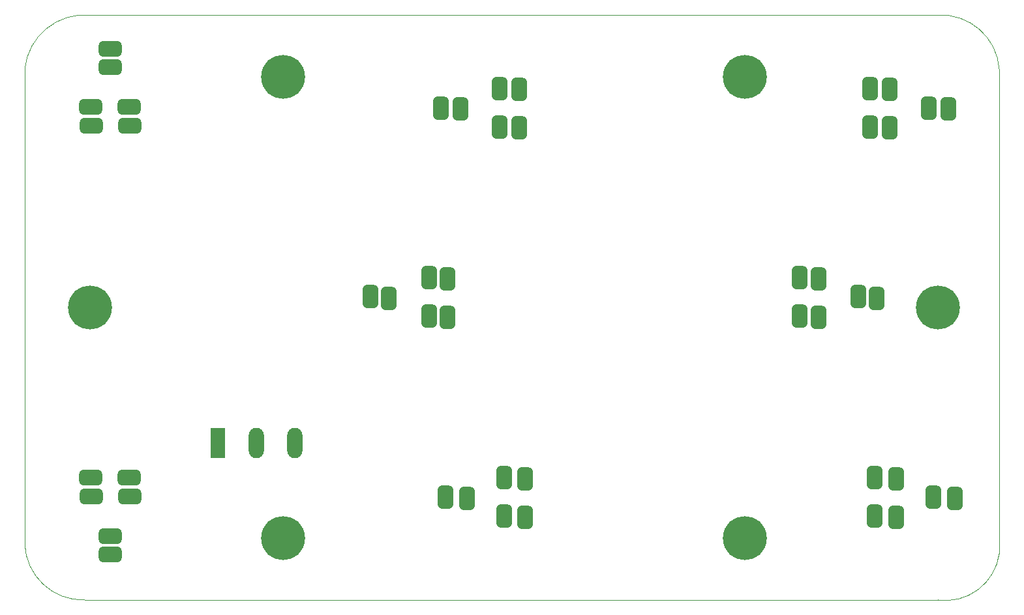
<source format=gbr>
%TF.GenerationSoftware,KiCad,Pcbnew,(6.0.7)*%
%TF.CreationDate,2022-11-15T13:11:22+02:00*%
%TF.ProjectId,Cell_Holder_Board_V2,43656c6c-5f48-46f6-9c64-65725f426f61,rev?*%
%TF.SameCoordinates,Original*%
%TF.FileFunction,Soldermask,Top*%
%TF.FilePolarity,Negative*%
%FSLAX46Y46*%
G04 Gerber Fmt 4.6, Leading zero omitted, Abs format (unit mm)*
G04 Created by KiCad (PCBNEW (6.0.7)) date 2022-11-15 13:11:22*
%MOMM*%
%LPD*%
G01*
G04 APERTURE LIST*
G04 Aperture macros list*
%AMRoundRect*
0 Rectangle with rounded corners*
0 $1 Rounding radius*
0 $2 $3 $4 $5 $6 $7 $8 $9 X,Y pos of 4 corners*
0 Add a 4 corners polygon primitive as box body*
4,1,4,$2,$3,$4,$5,$6,$7,$8,$9,$2,$3,0*
0 Add four circle primitives for the rounded corners*
1,1,$1+$1,$2,$3*
1,1,$1+$1,$4,$5*
1,1,$1+$1,$6,$7*
1,1,$1+$1,$8,$9*
0 Add four rect primitives between the rounded corners*
20,1,$1+$1,$2,$3,$4,$5,0*
20,1,$1+$1,$4,$5,$6,$7,0*
20,1,$1+$1,$6,$7,$8,$9,0*
20,1,$1+$1,$8,$9,$2,$3,0*%
G04 Aperture macros list end*
%TA.AperFunction,Profile*%
%ADD10C,0.100000*%
%TD*%
%ADD11RoundRect,0.500000X0.500000X-1.000000X0.500000X1.000000X-0.500000X1.000000X-0.500000X-1.000000X0*%
%ADD12RoundRect,0.500000X-0.500000X1.000000X-0.500000X-1.000000X0.500000X-1.000000X0.500000X1.000000X0*%
%ADD13C,5.700000*%
%ADD14C,3.600000*%
%ADD15RoundRect,0.500000X-1.000000X-0.500000X1.000000X-0.500000X1.000000X0.500000X-1.000000X0.500000X0*%
%ADD16RoundRect,0.500000X1.000000X0.500000X-1.000000X0.500000X-1.000000X-0.500000X1.000000X-0.500000X0*%
%ADD17R,1.980000X3.960000*%
%ADD18O,1.980000X3.960000*%
G04 APERTURE END LIST*
D10*
X56278400Y-117520400D02*
G75*
G03*
X64028400Y-124770400I7563800J318200D01*
G01*
X182778400Y-118770400D02*
X182778400Y-55770400D01*
X174778400Y-124770402D02*
G75*
G03*
X182778400Y-118770400I1010310J6986252D01*
G01*
X64028400Y-124770400D02*
X174778400Y-124770400D01*
X174778400Y-48770400D02*
X64778400Y-48770400D01*
X64778401Y-48770393D02*
G75*
G03*
X56278400Y-55770400I-731671J-7772257D01*
G01*
X56278400Y-55770400D02*
X56278400Y-117520400D01*
X182778413Y-55770399D02*
G75*
G03*
X174778400Y-48770400I-7530713J-535101D01*
G01*
D11*
%TO.C,BT2*%
X101162800Y-85358600D03*
X108762800Y-82858600D03*
X108762800Y-87858600D03*
D12*
X156895800Y-82858600D03*
X164495800Y-85358600D03*
X156895800Y-87858600D03*
%TD*%
D11*
%TO.C,BT1*%
X120421400Y-58398400D03*
X120421400Y-63398400D03*
X112821400Y-60898400D03*
D12*
X168554400Y-63398400D03*
X168554400Y-58398400D03*
X176154400Y-60898400D03*
%TD*%
D13*
%TO.C,H4*%
X149778400Y-56770400D03*
D14*
X149778400Y-56770400D03*
%TD*%
%TO.C,H6*%
X64778400Y-86770400D03*
D13*
X64778400Y-86770400D03*
%TD*%
%TO.C,H2*%
X149778400Y-116770400D03*
D14*
X149778400Y-116770400D03*
%TD*%
D11*
%TO.C,BT3*%
X121246900Y-114029000D03*
X121246900Y-109029000D03*
X113646900Y-111529000D03*
D12*
X169379900Y-114029000D03*
X169379900Y-109029000D03*
X176979900Y-111529000D03*
%TD*%
D15*
%TO.C,BT4*%
X64897000Y-63144400D03*
X67397000Y-55544400D03*
X69897000Y-63144400D03*
D16*
X69897000Y-111277400D03*
X64897000Y-111277400D03*
X67397000Y-118877400D03*
%TD*%
D17*
%TO.C,J1*%
X81305400Y-104394000D03*
D18*
X86305400Y-104394000D03*
X91305400Y-104394000D03*
%TD*%
D13*
%TO.C,H1*%
X89778400Y-116770400D03*
D14*
X89778400Y-116770400D03*
%TD*%
%TO.C,H3*%
X174778400Y-86770400D03*
D13*
X174778400Y-86770400D03*
%TD*%
%TO.C,H5*%
X89778400Y-56770400D03*
D14*
X89778400Y-56770400D03*
%TD*%
D12*
%TO.C,BT7*%
X117881400Y-58318400D03*
X117881400Y-63318400D03*
X110281400Y-60818400D03*
D11*
X166014400Y-58318400D03*
X166014400Y-63318400D03*
X173614400Y-60818400D03*
%TD*%
D16*
%TO.C,BT5*%
X64833000Y-60718700D03*
X67333000Y-53118700D03*
X69833000Y-60718700D03*
D15*
X67333000Y-116451700D03*
X64833000Y-108851700D03*
X69833000Y-108851700D03*
%TD*%
D12*
%TO.C,BT6*%
X110878300Y-111381400D03*
X118478300Y-113881400D03*
X118478300Y-108881400D03*
D11*
X166611300Y-108881400D03*
X174211300Y-111381400D03*
X166611300Y-113881400D03*
%TD*%
D12*
%TO.C,BT8*%
X103550400Y-85558000D03*
X111150400Y-88058000D03*
X111150400Y-83058000D03*
D11*
X166883400Y-85558000D03*
X159283400Y-83058000D03*
X159283400Y-88058000D03*
%TD*%
M02*

</source>
